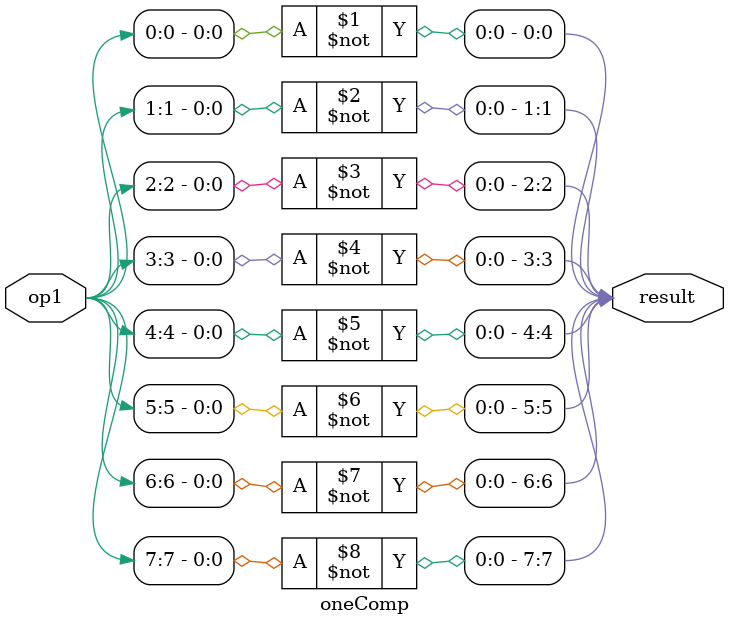
<source format=v>
module oneComp(op1,result);
input [7:0] op1;
output [7:0] result;
not G0(result[0],op1[0]);
not G1(result[1],op1[1]);
not G2(result[2],op1[2]);
not G3(result[3],op1[3]);
not G4(result[4],op1[4]);
not G5(result[5],op1[5]);
not G6(result[6],op1[6]);
not G7(result[7],op1[7]);
endmodule
</source>
